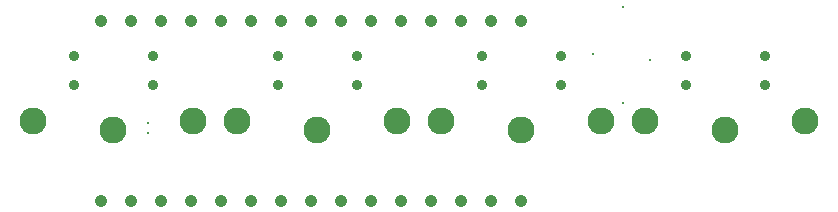
<source format=gbr>
%TF.GenerationSoftware,Altium Limited,Altium Designer,25.6.2 (33)*%
G04 Layer_Color=0*
%FSLAX45Y45*%
%MOMM*%
%TF.SameCoordinates,5DA55B6F-82E9-41E6-B114-64E7E2ADA8B0*%
%TF.FilePolarity,Positive*%
%TF.FileFunction,Plated,1,2,PTH,Drill*%
%TF.Part,Single*%
G01*
G75*
%TA.AperFunction,ComponentDrill*%
%ADD32C,0.89000*%
%ADD33C,1.04000*%
%ADD34C,2.29000*%
%TA.AperFunction,ViaDrill,NotFilled*%
%ADD35C,0.30000*%
D32*
X6380200Y1130300D02*
D03*
X4653000D02*
D03*
X2925800D02*
D03*
X1198600D02*
D03*
X528600Y1379300D02*
D03*
Y1130300D02*
D03*
X1198600Y1379300D02*
D03*
X6380200D02*
D03*
X5710200Y1130300D02*
D03*
Y1379300D02*
D03*
X4653000D02*
D03*
X3983000Y1130300D02*
D03*
Y1379300D02*
D03*
X2925800D02*
D03*
X2255800Y1130300D02*
D03*
Y1379300D02*
D03*
D33*
X1524000Y152400D02*
D03*
X1778000Y1676400D02*
D03*
X4318000D02*
D03*
X4064000D02*
D03*
X3810000D02*
D03*
X3556000D02*
D03*
X3302000D02*
D03*
X3048000D02*
D03*
X2794000D02*
D03*
X2540000D02*
D03*
X2286000D02*
D03*
X2032000D02*
D03*
X1524000D02*
D03*
X1270000D02*
D03*
X1016000D02*
D03*
X762000D02*
D03*
X4318000Y152400D02*
D03*
X4064000D02*
D03*
X3810000D02*
D03*
X3556000D02*
D03*
X3302000D02*
D03*
X3048000D02*
D03*
X2794000D02*
D03*
X2540000D02*
D03*
X2286000D02*
D03*
X2032000D02*
D03*
X1778000D02*
D03*
X1270000D02*
D03*
X1016000D02*
D03*
X762000D02*
D03*
D34*
X1539600Y830300D02*
D03*
X187600D02*
D03*
X863600Y749300D02*
D03*
X6045200D02*
D03*
X5369200Y830300D02*
D03*
X6721200D02*
D03*
X4318000Y749300D02*
D03*
X3642000Y830300D02*
D03*
X4994000D02*
D03*
X2590800Y749300D02*
D03*
X1914800Y830300D02*
D03*
X3266800D02*
D03*
D35*
X5410200Y1346200D02*
D03*
X4927600Y1397000D02*
D03*
X5180565Y984087D02*
D03*
Y1796887D02*
D03*
X1153160Y723900D02*
D03*
X1154200Y811760D02*
D03*
%TF.MD5,62c91c20f204f69d0d69e40a754feba7*%
M02*

</source>
